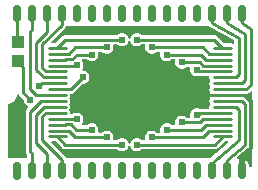
<source format=gtl>
G04 Layer: TopLayer*
G04 EasyEDA v6.4.19.4, 2021-05-22T17:12:30+02:00*
G04 60ca6d144bf64f37953a992c9f1d910e,8dc9eacff13444d6b60fd3cb587e6cd5,10*
G04 Gerber Generator version 0.2*
G04 Scale: 100 percent, Rotated: No, Reflected: No *
G04 Dimensions in inches *
G04 leading zeros omitted , absolute positions ,3 integer and 6 decimal *
%FSLAX36Y36*%
%MOIN*%

%ADD10C,0.0100*%
%ADD11C,0.0110*%
%ADD12C,0.0240*%
%ADD13R,0.0433X0.0394*%
%ADD14C,0.0276*%

%LPD*%
G36*
X1220900Y-713220D02*
G01*
X1220120Y-713139D01*
X1218240Y-712500D01*
X1215880Y-711940D01*
X1213460Y-711740D01*
X1192360Y-711700D01*
X1191760Y-711560D01*
X1191180Y-711320D01*
X1190160Y-710580D01*
X1168040Y-688520D01*
X1166120Y-687120D01*
X1164000Y-686040D01*
X1161760Y-685320D01*
X1160600Y-685080D01*
X1158240Y-684900D01*
X917180Y-684860D01*
X916040Y-684500D01*
X915060Y-683820D01*
X912920Y-682080D01*
X910600Y-680600D01*
X908100Y-679440D01*
X906800Y-678960D01*
X904120Y-678280D01*
X901380Y-677940D01*
X898660Y-677940D01*
X895980Y-678259D01*
X893379Y-678920D01*
X890860Y-679880D01*
X888480Y-681140D01*
X886280Y-682680D01*
X884260Y-684479D01*
X882500Y-686500D01*
X880980Y-688740D01*
X879760Y-691120D01*
X878840Y-693660D01*
X878360Y-694680D01*
X877600Y-695540D01*
X876660Y-696140D01*
X875560Y-696460D01*
X874440Y-696460D01*
X873340Y-696140D01*
X872400Y-695540D01*
X871640Y-694680D01*
X871160Y-693660D01*
X870240Y-691120D01*
X869020Y-688740D01*
X867500Y-686500D01*
X865740Y-684479D01*
X863720Y-682680D01*
X861520Y-681140D01*
X859140Y-679880D01*
X856620Y-678920D01*
X854020Y-678259D01*
X851340Y-677940D01*
X848620Y-677940D01*
X845879Y-678280D01*
X843199Y-678960D01*
X840639Y-679980D01*
X838220Y-681300D01*
X835980Y-682920D01*
X834479Y-684200D01*
X833400Y-684720D01*
X832820Y-684860D01*
X660580Y-684940D01*
X659400Y-685080D01*
X657099Y-685639D01*
X656000Y-686040D01*
X653880Y-687120D01*
X651960Y-688520D01*
X629840Y-710580D01*
X628820Y-711320D01*
X628240Y-711560D01*
X627640Y-711700D01*
X619260Y-711740D01*
X618140Y-711580D01*
X617100Y-711120D01*
X616240Y-710360D01*
X615620Y-709400D01*
X615300Y-708319D01*
X615320Y-707120D01*
X615460Y-706520D01*
X616020Y-705400D01*
X660680Y-660680D01*
X662120Y-659000D01*
X663319Y-657120D01*
X664060Y-656140D01*
X665060Y-655420D01*
X665639Y-655180D01*
X666840Y-655000D01*
X1137600Y-655040D01*
X1138740Y-655400D01*
X1139720Y-656060D01*
X1140640Y-656860D01*
X1142660Y-658199D01*
X1222840Y-702740D01*
X1223800Y-703480D01*
X1224500Y-704479D01*
X1224860Y-705639D01*
X1224900Y-709220D01*
X1224740Y-710340D01*
X1224260Y-711380D01*
X1223520Y-712240D01*
X1222560Y-712860D01*
X1221460Y-713180D01*
G37*

%LPD*%
G36*
X474099Y-1095000D02*
G01*
X472980Y-1094840D01*
X471940Y-1094360D01*
X471079Y-1093620D01*
X470460Y-1092660D01*
X470140Y-1091560D01*
X470140Y-917860D01*
X470540Y-916680D01*
X470860Y-916140D01*
X471760Y-915260D01*
X472280Y-914920D01*
X474600Y-914080D01*
X478000Y-912640D01*
X481240Y-910920D01*
X484320Y-908900D01*
X487220Y-906620D01*
X489900Y-904100D01*
X492340Y-901360D01*
X494540Y-898420D01*
X496460Y-895280D01*
X498100Y-891979D01*
X499460Y-888560D01*
X500500Y-885040D01*
X500940Y-883940D01*
X501700Y-883040D01*
X502660Y-882380D01*
X503220Y-882159D01*
X504380Y-882000D01*
X505020Y-882039D01*
X506220Y-882440D01*
X507239Y-883199D01*
X508440Y-884720D01*
X522140Y-898560D01*
X522700Y-899620D01*
X522920Y-900780D01*
X523180Y-903500D01*
X523780Y-906160D01*
X524700Y-908720D01*
X525920Y-911140D01*
X527440Y-913400D01*
X529220Y-915460D01*
X531240Y-917300D01*
X533460Y-918860D01*
X535880Y-920120D01*
X536840Y-920740D01*
X537580Y-921600D01*
X538060Y-922640D01*
X538220Y-923760D01*
X538020Y-925000D01*
X537460Y-926120D01*
X534320Y-929320D01*
X532780Y-931120D01*
X531540Y-933139D01*
X531040Y-934220D01*
X530320Y-936480D01*
X530080Y-937640D01*
X529900Y-940000D01*
X529940Y-1071160D01*
X530300Y-1073460D01*
X531020Y-1075700D01*
X534720Y-1083300D01*
X534900Y-1084500D01*
X534860Y-1091560D01*
X534540Y-1092660D01*
X533920Y-1093620D01*
X533060Y-1094360D01*
X532020Y-1094840D01*
X530900Y-1095000D01*
G37*

%LPD*%
G36*
X666840Y-1095000D02*
G01*
X665639Y-1094820D01*
X664539Y-1094260D01*
X663660Y-1093400D01*
X662760Y-1091920D01*
X661440Y-1090140D01*
X616020Y-1044599D01*
X615460Y-1043480D01*
X615260Y-1042260D01*
X615420Y-1041120D01*
X615900Y-1040080D01*
X616640Y-1039220D01*
X617600Y-1038620D01*
X618700Y-1038300D01*
X627640Y-1038300D01*
X628240Y-1038439D01*
X628820Y-1038680D01*
X629840Y-1039419D01*
X651960Y-1061480D01*
X653880Y-1062880D01*
X656000Y-1063960D01*
X658240Y-1064680D01*
X659400Y-1064920D01*
X660580Y-1065060D01*
X832820Y-1065140D01*
X833960Y-1065500D01*
X834940Y-1066180D01*
X837080Y-1067920D01*
X839400Y-1069400D01*
X841900Y-1070560D01*
X843199Y-1071040D01*
X845879Y-1071720D01*
X848620Y-1072060D01*
X851340Y-1072060D01*
X854020Y-1071740D01*
X856620Y-1071080D01*
X859140Y-1070120D01*
X861520Y-1068860D01*
X863720Y-1067320D01*
X865740Y-1065520D01*
X867500Y-1063500D01*
X869020Y-1061260D01*
X870240Y-1058880D01*
X871160Y-1056340D01*
X871640Y-1055320D01*
X872400Y-1054460D01*
X873340Y-1053860D01*
X874440Y-1053540D01*
X875560Y-1053540D01*
X876660Y-1053860D01*
X877600Y-1054460D01*
X878360Y-1055320D01*
X878840Y-1056340D01*
X879760Y-1058880D01*
X880980Y-1061260D01*
X882500Y-1063500D01*
X884260Y-1065520D01*
X886280Y-1067320D01*
X888480Y-1068860D01*
X890860Y-1070120D01*
X893379Y-1071080D01*
X895980Y-1071740D01*
X898660Y-1072060D01*
X901380Y-1072060D01*
X904120Y-1071720D01*
X906800Y-1071040D01*
X909360Y-1070020D01*
X911780Y-1068700D01*
X914020Y-1067080D01*
X915520Y-1065800D01*
X916600Y-1065280D01*
X917180Y-1065140D01*
X1160000Y-1065100D01*
X1162360Y-1064920D01*
X1164660Y-1064360D01*
X1165780Y-1063960D01*
X1167880Y-1062880D01*
X1168880Y-1062220D01*
X1170680Y-1060680D01*
X1192400Y-1039020D01*
X1192940Y-1038680D01*
X1193520Y-1038439D01*
X1194760Y-1038259D01*
X1202040Y-1038300D01*
X1203120Y-1038620D01*
X1204080Y-1039220D01*
X1204820Y-1040080D01*
X1205300Y-1041120D01*
X1205460Y-1042260D01*
X1205300Y-1043400D01*
X1204800Y-1044460D01*
X1204020Y-1045320D01*
X1145520Y-1094080D01*
X1144960Y-1094460D01*
X1144320Y-1094760D01*
X1143660Y-1094940D01*
X1142960Y-1095000D01*
G37*

%LPD*%
G36*
X1244600Y-1125000D02*
G01*
X1243480Y-1124840D01*
X1242440Y-1124360D01*
X1241580Y-1123620D01*
X1240960Y-1122660D01*
X1240640Y-1121560D01*
X1240580Y-1099100D01*
X1239800Y-1099340D01*
X1239000Y-1099420D01*
X1237880Y-1099260D01*
X1236840Y-1098800D01*
X1235980Y-1098040D01*
X1235360Y-1097080D01*
X1235040Y-1096000D01*
X1235000Y-1094000D01*
X1235160Y-1092880D01*
X1235640Y-1091840D01*
X1236380Y-1090980D01*
X1236660Y-1090780D01*
X1236800Y-1089840D01*
X1237300Y-1088800D01*
X1238080Y-1087920D01*
X1270480Y-1060860D01*
X1271260Y-1060080D01*
X1272600Y-1058320D01*
X1273680Y-1056400D01*
X1274460Y-1054340D01*
X1274940Y-1052200D01*
X1275100Y-1050000D01*
X1275060Y-913820D01*
X1274920Y-912640D01*
X1274360Y-910340D01*
X1273960Y-909220D01*
X1272880Y-907120D01*
X1272220Y-906120D01*
X1270680Y-904320D01*
X1259820Y-893520D01*
X1257920Y-892140D01*
X1256900Y-891560D01*
X1254720Y-890660D01*
X1252440Y-890100D01*
X1250120Y-889900D01*
X1218820Y-889680D01*
X1217740Y-889520D01*
X1216340Y-889180D01*
X1214900Y-888980D01*
X1213460Y-888920D01*
X1157720Y-888920D01*
X1156360Y-888980D01*
X1153680Y-889440D01*
X1151720Y-890040D01*
X1151020Y-890100D01*
X1143020Y-890100D01*
X1143560Y-891420D01*
X1144520Y-893319D01*
X1144700Y-893980D01*
X1144760Y-894680D01*
X1144700Y-895380D01*
X1144520Y-896060D01*
X1143660Y-897720D01*
X1142800Y-899900D01*
X1142280Y-902200D01*
X1142120Y-904539D01*
X1142280Y-906860D01*
X1142800Y-909140D01*
X1143660Y-911320D01*
X1144520Y-913000D01*
X1144700Y-913680D01*
X1144760Y-914380D01*
X1144700Y-915060D01*
X1144520Y-915740D01*
X1143660Y-917420D01*
X1142800Y-919599D01*
X1142280Y-921880D01*
X1142120Y-924220D01*
X1142180Y-925900D01*
X1142020Y-927020D01*
X1141540Y-928060D01*
X1140800Y-928920D01*
X1139840Y-929539D01*
X1138760Y-929860D01*
X1115000Y-929900D01*
X1113400Y-929980D01*
X1110980Y-930320D01*
X1109840Y-930160D01*
X1108040Y-929419D01*
X1105440Y-928580D01*
X1104100Y-928280D01*
X1101380Y-927940D01*
X1098660Y-927940D01*
X1096020Y-928259D01*
X1093420Y-928900D01*
X1090920Y-929840D01*
X1088560Y-931080D01*
X1086380Y-932600D01*
X1084380Y-934380D01*
X1082600Y-936380D01*
X1081080Y-938560D01*
X1079840Y-940920D01*
X1078900Y-943420D01*
X1078260Y-946020D01*
X1077940Y-948660D01*
X1077960Y-951680D01*
X1078580Y-955900D01*
X1078420Y-957020D01*
X1077940Y-958060D01*
X1077200Y-958920D01*
X1076240Y-959539D01*
X1075140Y-959860D01*
X1067180Y-959860D01*
X1066040Y-959500D01*
X1065060Y-958820D01*
X1062920Y-957080D01*
X1060600Y-955600D01*
X1058100Y-954440D01*
X1056800Y-953960D01*
X1054120Y-953280D01*
X1051380Y-952940D01*
X1048660Y-952940D01*
X1046020Y-953259D01*
X1043420Y-953900D01*
X1040920Y-954840D01*
X1038560Y-956080D01*
X1036380Y-957600D01*
X1034380Y-959380D01*
X1032600Y-961380D01*
X1031080Y-963560D01*
X1029840Y-965920D01*
X1028900Y-968420D01*
X1028259Y-971020D01*
X1027940Y-973660D01*
X1027960Y-976680D01*
X1028580Y-980900D01*
X1028420Y-982020D01*
X1027940Y-983060D01*
X1027200Y-983920D01*
X1026240Y-984539D01*
X1025140Y-984860D01*
X1017180Y-984860D01*
X1016040Y-984500D01*
X1015060Y-983820D01*
X1012920Y-982080D01*
X1010600Y-980600D01*
X1008100Y-979440D01*
X1006800Y-978960D01*
X1004120Y-978280D01*
X1001380Y-977940D01*
X998660Y-977940D01*
X996020Y-978259D01*
X993420Y-978900D01*
X990920Y-979840D01*
X988560Y-981080D01*
X986380Y-982600D01*
X984380Y-984380D01*
X982600Y-986380D01*
X981080Y-988560D01*
X979840Y-990920D01*
X978900Y-993420D01*
X978259Y-996020D01*
X977940Y-998660D01*
X977960Y-1001680D01*
X978580Y-1005900D01*
X978420Y-1007020D01*
X977940Y-1008060D01*
X977200Y-1008920D01*
X976240Y-1009539D01*
X975140Y-1009860D01*
X967180Y-1009860D01*
X966040Y-1009500D01*
X965060Y-1008820D01*
X962920Y-1007080D01*
X960600Y-1005600D01*
X958100Y-1004440D01*
X956800Y-1003960D01*
X954120Y-1003280D01*
X951380Y-1002940D01*
X948660Y-1002940D01*
X946020Y-1003259D01*
X943420Y-1003900D01*
X940920Y-1004840D01*
X938560Y-1006080D01*
X936380Y-1007600D01*
X934380Y-1009380D01*
X932600Y-1011380D01*
X931080Y-1013560D01*
X929840Y-1015920D01*
X928900Y-1018420D01*
X928259Y-1021020D01*
X927940Y-1023660D01*
X927960Y-1026680D01*
X928580Y-1030900D01*
X928420Y-1032020D01*
X927940Y-1033060D01*
X927200Y-1033920D01*
X926240Y-1034539D01*
X925140Y-1034860D01*
X917180Y-1034860D01*
X916040Y-1034500D01*
X915060Y-1033820D01*
X912920Y-1032080D01*
X910600Y-1030600D01*
X908100Y-1029440D01*
X906800Y-1028960D01*
X904120Y-1028280D01*
X901380Y-1027940D01*
X898660Y-1027940D01*
X895980Y-1028259D01*
X893379Y-1028920D01*
X890860Y-1029880D01*
X888480Y-1031140D01*
X886280Y-1032680D01*
X884260Y-1034479D01*
X882500Y-1036500D01*
X880980Y-1038740D01*
X879760Y-1041120D01*
X878840Y-1043660D01*
X878360Y-1044680D01*
X877600Y-1045540D01*
X876660Y-1046140D01*
X875560Y-1046460D01*
X874440Y-1046460D01*
X873340Y-1046140D01*
X872400Y-1045540D01*
X871640Y-1044680D01*
X871160Y-1043660D01*
X870240Y-1041120D01*
X869020Y-1038740D01*
X867500Y-1036500D01*
X865740Y-1034479D01*
X863720Y-1032680D01*
X861520Y-1031140D01*
X859140Y-1029880D01*
X856620Y-1028920D01*
X854020Y-1028259D01*
X851340Y-1027940D01*
X848620Y-1027940D01*
X845879Y-1028280D01*
X843199Y-1028960D01*
X840639Y-1029980D01*
X838220Y-1031300D01*
X835980Y-1032920D01*
X834479Y-1034200D01*
X833400Y-1034720D01*
X832820Y-1034860D01*
X825420Y-1034900D01*
X824300Y-1034740D01*
X823259Y-1034260D01*
X822400Y-1033520D01*
X821780Y-1032560D01*
X821460Y-1031460D01*
X821420Y-1030900D01*
X822039Y-1026680D01*
X822060Y-1023660D01*
X821740Y-1021020D01*
X821100Y-1018420D01*
X820160Y-1015920D01*
X818920Y-1013560D01*
X817400Y-1011380D01*
X815620Y-1009380D01*
X813620Y-1007600D01*
X811440Y-1006080D01*
X809080Y-1004840D01*
X806580Y-1003900D01*
X803980Y-1003259D01*
X801340Y-1002940D01*
X798620Y-1002940D01*
X795879Y-1003280D01*
X793199Y-1003960D01*
X790639Y-1004980D01*
X788220Y-1006300D01*
X785980Y-1007920D01*
X784479Y-1009200D01*
X783400Y-1009720D01*
X782820Y-1009860D01*
X775420Y-1009900D01*
X774300Y-1009740D01*
X773259Y-1009260D01*
X772400Y-1008520D01*
X771780Y-1007560D01*
X771460Y-1006460D01*
X771420Y-1005900D01*
X772039Y-1001680D01*
X772060Y-998660D01*
X771740Y-996020D01*
X771100Y-993420D01*
X770160Y-990920D01*
X768920Y-988560D01*
X767400Y-986380D01*
X765620Y-984380D01*
X763620Y-982600D01*
X761440Y-981080D01*
X759080Y-979840D01*
X756580Y-978900D01*
X753980Y-978259D01*
X751340Y-977940D01*
X748620Y-977940D01*
X745879Y-978280D01*
X743199Y-978960D01*
X740639Y-979980D01*
X738220Y-981300D01*
X735980Y-982920D01*
X734479Y-984200D01*
X733400Y-984720D01*
X732820Y-984860D01*
X720699Y-984900D01*
X719580Y-984740D01*
X718540Y-984260D01*
X717680Y-983520D01*
X717060Y-982560D01*
X716740Y-981460D01*
X716760Y-980240D01*
X716919Y-979620D01*
X717520Y-978460D01*
X719140Y-976060D01*
X720420Y-973460D01*
X721340Y-970720D01*
X721680Y-969320D01*
X722060Y-966440D01*
X722060Y-963660D01*
X721740Y-961020D01*
X721100Y-958420D01*
X720160Y-955920D01*
X718920Y-953560D01*
X717400Y-951380D01*
X715620Y-949380D01*
X713620Y-947600D01*
X711440Y-946080D01*
X709080Y-944840D01*
X706580Y-943900D01*
X703980Y-943259D01*
X701340Y-942940D01*
X698660Y-942940D01*
X696000Y-943259D01*
X693420Y-943900D01*
X690920Y-944860D01*
X688540Y-946100D01*
X685780Y-948000D01*
X685180Y-948259D01*
X684539Y-948420D01*
X681880Y-948480D01*
X680759Y-948319D01*
X679720Y-947840D01*
X678860Y-947099D01*
X678240Y-946140D01*
X677920Y-945040D01*
X677720Y-941560D01*
X677200Y-939280D01*
X676340Y-937099D01*
X675480Y-935420D01*
X675300Y-934760D01*
X675240Y-934060D01*
X675300Y-933360D01*
X675480Y-932680D01*
X676340Y-931000D01*
X677200Y-928820D01*
X677720Y-926540D01*
X677880Y-924200D01*
X677720Y-921880D01*
X677200Y-919580D01*
X676340Y-917420D01*
X675480Y-915740D01*
X675300Y-915060D01*
X675240Y-914360D01*
X675300Y-913680D01*
X675480Y-913000D01*
X676340Y-911320D01*
X677200Y-909140D01*
X677720Y-906860D01*
X677880Y-904520D01*
X677720Y-902200D01*
X677200Y-899900D01*
X676340Y-897720D01*
X675480Y-896060D01*
X675300Y-895380D01*
X675240Y-894680D01*
X675300Y-893980D01*
X675480Y-893300D01*
X676340Y-891640D01*
X677200Y-889460D01*
X677720Y-887180D01*
X677940Y-884080D01*
X678259Y-882960D01*
X678920Y-881979D01*
X679820Y-881240D01*
X680900Y-880800D01*
X682640Y-880520D01*
X684920Y-879920D01*
X686020Y-879500D01*
X688120Y-878400D01*
X690020Y-877000D01*
X718860Y-848220D01*
X719780Y-847520D01*
X720860Y-847140D01*
X722760Y-846919D01*
X725380Y-846440D01*
X727900Y-845639D01*
X730340Y-844539D01*
X732600Y-843160D01*
X734700Y-841500D01*
X736580Y-839620D01*
X738199Y-837520D01*
X738940Y-836400D01*
X740160Y-834040D01*
X740680Y-832820D01*
X741460Y-830280D01*
X741940Y-827660D01*
X742099Y-825000D01*
X742060Y-823620D01*
X741720Y-820900D01*
X741040Y-818240D01*
X740040Y-815680D01*
X738720Y-813259D01*
X737120Y-811040D01*
X735260Y-809020D01*
X733160Y-807240D01*
X730860Y-805759D01*
X728379Y-804560D01*
X725780Y-803680D01*
X723100Y-803120D01*
X721140Y-802880D01*
X720040Y-802440D01*
X719100Y-801700D01*
X718439Y-800720D01*
X718080Y-799580D01*
X718080Y-798420D01*
X718400Y-797340D01*
X719360Y-795639D01*
X720540Y-793139D01*
X721400Y-790500D01*
X721919Y-787760D01*
X722099Y-785000D01*
X721919Y-782120D01*
X721680Y-780680D01*
X720920Y-777900D01*
X720420Y-776540D01*
X719140Y-773940D01*
X717520Y-771540D01*
X716919Y-770380D01*
X716760Y-769760D01*
X716740Y-768540D01*
X717060Y-767440D01*
X717680Y-766480D01*
X718540Y-765740D01*
X719580Y-765260D01*
X720699Y-765100D01*
X732820Y-765140D01*
X733960Y-765500D01*
X734940Y-766180D01*
X737080Y-767920D01*
X739400Y-769400D01*
X741900Y-770560D01*
X743199Y-771040D01*
X745879Y-771720D01*
X748620Y-772060D01*
X751340Y-772060D01*
X753980Y-771740D01*
X756580Y-771100D01*
X759080Y-770160D01*
X761440Y-768920D01*
X763620Y-767400D01*
X765620Y-765620D01*
X767400Y-763620D01*
X768920Y-761440D01*
X770160Y-759080D01*
X771100Y-756580D01*
X771740Y-753980D01*
X772060Y-751340D01*
X772039Y-748319D01*
X771420Y-744100D01*
X771580Y-742980D01*
X772060Y-741940D01*
X772800Y-741080D01*
X773760Y-740460D01*
X774860Y-740140D01*
X782820Y-740140D01*
X783960Y-740500D01*
X784940Y-741180D01*
X787080Y-742920D01*
X789400Y-744400D01*
X791900Y-745560D01*
X793199Y-746040D01*
X795879Y-746720D01*
X798620Y-747060D01*
X801340Y-747060D01*
X803980Y-746740D01*
X806580Y-746100D01*
X809080Y-745160D01*
X811440Y-743920D01*
X813620Y-742400D01*
X815620Y-740620D01*
X817400Y-738620D01*
X818920Y-736440D01*
X820160Y-734080D01*
X821100Y-731580D01*
X821740Y-728980D01*
X822060Y-726340D01*
X822039Y-723319D01*
X821420Y-719100D01*
X821580Y-717980D01*
X822060Y-716940D01*
X822800Y-716080D01*
X823760Y-715460D01*
X824860Y-715140D01*
X832820Y-715140D01*
X833960Y-715500D01*
X834940Y-716180D01*
X837080Y-717920D01*
X839400Y-719400D01*
X841900Y-720560D01*
X843199Y-721040D01*
X845879Y-721720D01*
X848620Y-722060D01*
X851340Y-722060D01*
X854020Y-721740D01*
X856620Y-721080D01*
X859140Y-720120D01*
X861520Y-718860D01*
X863720Y-717320D01*
X865740Y-715520D01*
X867500Y-713500D01*
X869020Y-711260D01*
X870240Y-708880D01*
X871160Y-706340D01*
X871640Y-705320D01*
X872400Y-704460D01*
X873340Y-703860D01*
X874440Y-703540D01*
X875560Y-703540D01*
X876660Y-703860D01*
X877600Y-704460D01*
X878360Y-705320D01*
X878840Y-706340D01*
X879760Y-708880D01*
X880980Y-711260D01*
X882500Y-713500D01*
X884260Y-715520D01*
X886280Y-717320D01*
X888480Y-718860D01*
X890860Y-720120D01*
X893379Y-721080D01*
X895980Y-721740D01*
X898660Y-722060D01*
X901380Y-722060D01*
X904120Y-721720D01*
X906800Y-721040D01*
X909360Y-720020D01*
X911780Y-718700D01*
X914020Y-717080D01*
X915520Y-715800D01*
X916600Y-715280D01*
X917180Y-715140D01*
X924580Y-715100D01*
X925699Y-715260D01*
X926740Y-715740D01*
X927600Y-716480D01*
X928220Y-717440D01*
X928540Y-718540D01*
X928580Y-719100D01*
X927960Y-723319D01*
X927940Y-726340D01*
X928259Y-728980D01*
X928900Y-731580D01*
X929840Y-734080D01*
X931080Y-736440D01*
X932600Y-738620D01*
X934380Y-740620D01*
X936380Y-742400D01*
X938560Y-743920D01*
X940920Y-745160D01*
X943420Y-746100D01*
X946020Y-746740D01*
X948660Y-747060D01*
X951380Y-747060D01*
X954120Y-746720D01*
X956800Y-746040D01*
X959360Y-745020D01*
X961780Y-743700D01*
X964020Y-742080D01*
X965520Y-740800D01*
X966600Y-740280D01*
X967180Y-740140D01*
X974580Y-740100D01*
X975699Y-740260D01*
X976740Y-740740D01*
X977600Y-741480D01*
X978220Y-742440D01*
X978540Y-743540D01*
X978580Y-744100D01*
X977960Y-748319D01*
X977940Y-751340D01*
X978259Y-753980D01*
X978900Y-756580D01*
X979840Y-759080D01*
X981080Y-761440D01*
X982600Y-763620D01*
X984380Y-765620D01*
X986380Y-767400D01*
X988560Y-768920D01*
X990920Y-770160D01*
X993420Y-771100D01*
X996020Y-771740D01*
X998660Y-772060D01*
X1001380Y-772060D01*
X1004120Y-771720D01*
X1006800Y-771040D01*
X1009360Y-770020D01*
X1011780Y-768700D01*
X1014020Y-767080D01*
X1015520Y-765800D01*
X1016600Y-765280D01*
X1017180Y-765140D01*
X1024580Y-765100D01*
X1025699Y-765260D01*
X1026740Y-765740D01*
X1027600Y-766480D01*
X1028220Y-767440D01*
X1028540Y-768540D01*
X1028580Y-769100D01*
X1027960Y-773319D01*
X1027940Y-776340D01*
X1028259Y-778980D01*
X1028900Y-781580D01*
X1029840Y-784080D01*
X1031080Y-786440D01*
X1032600Y-788620D01*
X1034380Y-790620D01*
X1036380Y-792400D01*
X1038560Y-793920D01*
X1040920Y-795160D01*
X1043420Y-796100D01*
X1046020Y-796740D01*
X1048660Y-797060D01*
X1051380Y-797060D01*
X1054120Y-796720D01*
X1056800Y-796040D01*
X1059360Y-795020D01*
X1061780Y-793700D01*
X1064020Y-792080D01*
X1065520Y-790800D01*
X1066600Y-790280D01*
X1067180Y-790140D01*
X1074580Y-790100D01*
X1075700Y-790260D01*
X1076740Y-790740D01*
X1077600Y-791480D01*
X1078220Y-792440D01*
X1078540Y-793540D01*
X1078580Y-794100D01*
X1077960Y-798319D01*
X1077940Y-801340D01*
X1078260Y-803980D01*
X1078900Y-806580D01*
X1079840Y-809080D01*
X1081080Y-811440D01*
X1082600Y-813620D01*
X1084380Y-815620D01*
X1086380Y-817400D01*
X1088560Y-818920D01*
X1090920Y-820160D01*
X1093420Y-821100D01*
X1096020Y-821740D01*
X1098660Y-822060D01*
X1101380Y-822060D01*
X1104100Y-821720D01*
X1106760Y-821040D01*
X1109300Y-820040D01*
X1110420Y-819720D01*
X1110980Y-819680D01*
X1113300Y-820000D01*
X1114780Y-820100D01*
X1138780Y-820480D01*
X1139860Y-820800D01*
X1140800Y-821420D01*
X1141540Y-822280D01*
X1142000Y-823319D01*
X1142160Y-824440D01*
X1142120Y-825800D01*
X1142280Y-828120D01*
X1142800Y-830400D01*
X1143660Y-832580D01*
X1144520Y-834260D01*
X1144700Y-834940D01*
X1144760Y-835639D01*
X1144700Y-836320D01*
X1144520Y-837000D01*
X1143660Y-838680D01*
X1142800Y-840860D01*
X1142280Y-843139D01*
X1142120Y-845480D01*
X1142280Y-847800D01*
X1142800Y-850100D01*
X1143660Y-852280D01*
X1144520Y-853940D01*
X1144700Y-854620D01*
X1144760Y-855320D01*
X1144700Y-856020D01*
X1144520Y-856680D01*
X1143660Y-858360D01*
X1142800Y-860540D01*
X1142280Y-862820D01*
X1142120Y-865160D01*
X1142280Y-867500D01*
X1142800Y-869780D01*
X1143660Y-871960D01*
X1144520Y-873620D01*
X1144700Y-874300D01*
X1144760Y-875000D01*
X1144700Y-875699D01*
X1144520Y-876380D01*
X1143560Y-878259D01*
X1143020Y-879580D01*
X1151000Y-879580D01*
X1151700Y-879640D01*
X1153680Y-880240D01*
X1155000Y-880540D01*
X1156360Y-880720D01*
X1157720Y-880780D01*
X1213460Y-880780D01*
X1215980Y-880560D01*
X1218180Y-880200D01*
X1266220Y-880060D01*
X1268540Y-879680D01*
X1269680Y-879360D01*
X1271860Y-878439D01*
X1272900Y-877880D01*
X1274800Y-876480D01*
X1278080Y-873280D01*
X1279080Y-872540D01*
X1279660Y-872300D01*
X1280900Y-872120D01*
X1282020Y-872280D01*
X1283060Y-872740D01*
X1283920Y-873500D01*
X1284540Y-874440D01*
X1284860Y-875540D01*
X1284900Y-1091000D01*
X1284740Y-1092120D01*
X1284600Y-1092500D01*
X1284860Y-1093440D01*
X1284900Y-1121000D01*
X1284740Y-1122120D01*
X1284259Y-1123160D01*
X1283520Y-1124020D01*
X1282560Y-1124640D01*
X1281459Y-1124960D01*
X1277900Y-1125000D01*
X1276780Y-1124840D01*
X1275740Y-1124360D01*
X1274880Y-1123620D01*
X1274260Y-1122660D01*
X1273940Y-1121580D01*
X1273860Y-1119620D01*
X1273520Y-1116860D01*
X1272880Y-1114160D01*
X1271920Y-1111540D01*
X1271340Y-1110280D01*
X1269940Y-1107880D01*
X1268260Y-1105660D01*
X1266360Y-1103640D01*
X1264220Y-1101860D01*
X1261900Y-1100340D01*
X1259400Y-1099100D01*
X1259360Y-1121560D01*
X1259040Y-1122660D01*
X1258420Y-1123620D01*
X1257560Y-1124360D01*
X1256520Y-1124840D01*
X1255400Y-1125000D01*
G37*

%LPD*%
D11*
X1250000Y-1136799D02*
G01*
X1250000Y-1090000D01*
X1280000Y-1060000D01*
X1280000Y-900000D01*
X1265000Y-885000D01*
X1185600Y-884800D01*
X634409Y-865160D02*
G01*
X679839Y-865160D01*
X720000Y-825000D01*
D10*
X650000Y-613170D02*
G01*
X650000Y-650000D01*
X585000Y-715000D01*
X585000Y-795000D01*
X596100Y-806100D01*
X634409Y-806100D01*
X600000Y-613170D02*
G01*
X600000Y-675000D01*
X565000Y-710000D01*
X565000Y-800000D01*
X590790Y-825790D01*
X634409Y-825790D01*
X550000Y-613170D02*
G01*
X550000Y-665000D01*
X545000Y-675000D01*
X545000Y-865000D01*
X565000Y-885000D01*
X634400Y-884800D01*
D11*
X500000Y-613170D02*
G01*
X500000Y-700000D01*
X503939Y-709290D01*
D10*
X1250000Y-613170D02*
G01*
X1250000Y-645000D01*
X1280000Y-665000D01*
X1280000Y-850000D01*
X1265000Y-865000D01*
X1185590Y-865160D01*
X1200000Y-613170D02*
G01*
X1200000Y-645000D01*
X1260000Y-680000D01*
X1260000Y-835000D01*
X1249530Y-845470D01*
X1185590Y-845470D01*
X1150000Y-613170D02*
G01*
X1150000Y-645000D01*
X1240000Y-695000D01*
X1240000Y-815000D01*
X1229210Y-825790D01*
X1185590Y-825790D01*
X1200000Y-1136790D02*
G01*
X1200000Y-1100000D01*
X1260000Y-1050000D01*
X1260000Y-915000D01*
X1250000Y-905000D01*
X1185590Y-904529D01*
X1150000Y-1136790D02*
G01*
X1150000Y-1110000D01*
X1240000Y-1035000D01*
X1240000Y-935000D01*
X1230000Y-925000D01*
X1185590Y-924209D01*
X650000Y-1136790D02*
G01*
X650000Y-1100000D01*
X585000Y-1035000D01*
X585000Y-955000D01*
X596100Y-943899D01*
X634409Y-943899D01*
X600000Y-1136790D02*
G01*
X600000Y-1080000D01*
X565000Y-1045000D01*
X565000Y-950000D01*
X590790Y-924209D01*
X634409Y-924209D01*
X550000Y-1136799D02*
G01*
X550000Y-1080000D01*
X545000Y-1070000D01*
X545000Y-940000D01*
X580000Y-905000D01*
X634400Y-904499D01*
X545000Y-900000D02*
G01*
X520000Y-875000D01*
X520000Y-795000D01*
X503939Y-773939D01*
X503939Y-772280D01*
X1000000Y-750000D02*
G01*
X1114997Y-750000D01*
X1131728Y-766730D01*
X1185591Y-766730D01*
X950000Y-725000D02*
G01*
X1120000Y-725000D01*
X1142051Y-747051D01*
X1185591Y-747051D01*
X900000Y-700000D02*
G01*
X1158230Y-700000D01*
X1185590Y-727359D01*
X950000Y-1025000D02*
G01*
X1120000Y-1025000D01*
X1142051Y-1002948D01*
X1185591Y-1002948D01*
X900000Y-1050000D02*
G01*
X1160000Y-1050000D01*
X1185590Y-1024409D01*
X1185590Y-1022640D01*
X850000Y-700000D02*
G01*
X661770Y-700000D01*
X634409Y-727359D01*
X800000Y-725000D02*
G01*
X695000Y-725000D01*
X672948Y-747051D01*
X634409Y-747051D01*
X1100000Y-950000D02*
G01*
X1115000Y-945000D01*
X1184492Y-945000D01*
X1185591Y-944000D01*
X1100000Y-800000D02*
G01*
X1115000Y-805000D01*
X1185591Y-805999D01*
X1050000Y-975000D02*
G01*
X1110000Y-975000D01*
X1120000Y-965000D01*
X1185591Y-963578D01*
X1050000Y-775000D02*
G01*
X1110000Y-775000D01*
X1121421Y-786421D01*
X1185591Y-786421D01*
X1000000Y-1000000D02*
G01*
X1115000Y-1000000D01*
X1130000Y-985000D01*
X1185591Y-983000D01*
X700000Y-785000D02*
G01*
X698578Y-786421D01*
X634409Y-786421D01*
X750000Y-750000D02*
G01*
X700000Y-750000D01*
X682836Y-765985D01*
X634409Y-766999D01*
X850000Y-1050000D02*
G01*
X661770Y-1050000D01*
X634409Y-1022640D01*
X634409Y-1002950D02*
G01*
X634409Y-1002950D01*
X672757Y-1002836D01*
X695000Y-1025000D01*
X800000Y-1025000D01*
X634398Y-983301D02*
G01*
X680315Y-982678D01*
X697636Y-1000000D01*
X750000Y-1000000D01*
X700000Y-965000D02*
G01*
X698578Y-963578D01*
X634409Y-963578D01*
X634409Y-845470D02*
G01*
X584529Y-845470D01*
X575000Y-855000D01*
D11*
X1157637Y-1022640D02*
G01*
X1213542Y-1022640D01*
X1157637Y-1002950D02*
G01*
X1213542Y-1002950D01*
X1157637Y-983270D02*
G01*
X1213542Y-983270D01*
X1157637Y-963580D02*
G01*
X1213542Y-963580D01*
X1157637Y-943899D02*
G01*
X1213542Y-943899D01*
X1157637Y-924209D02*
G01*
X1213542Y-924209D01*
X1157637Y-904529D02*
G01*
X1213542Y-904529D01*
X1157637Y-884839D02*
G01*
X1213542Y-884839D01*
X1157637Y-865160D02*
G01*
X1213542Y-865160D01*
X1157637Y-845470D02*
G01*
X1213542Y-845470D01*
X1157637Y-825790D02*
G01*
X1213542Y-825790D01*
X1157637Y-806100D02*
G01*
X1213542Y-806100D01*
X1157637Y-786419D02*
G01*
X1213542Y-786419D01*
X1157637Y-766729D02*
G01*
X1213542Y-766729D01*
X1157637Y-747049D02*
G01*
X1213542Y-747049D01*
X1157637Y-727359D02*
G01*
X1213542Y-727359D01*
X606457Y-1022640D02*
G01*
X662363Y-1022640D01*
X606457Y-1002950D02*
G01*
X662363Y-1002950D01*
X606457Y-983270D02*
G01*
X662363Y-983270D01*
X606457Y-963580D02*
G01*
X662363Y-963580D01*
X606457Y-943899D02*
G01*
X662363Y-943899D01*
X606457Y-924209D02*
G01*
X662363Y-924209D01*
X606457Y-904529D02*
G01*
X662363Y-904529D01*
X606457Y-884839D02*
G01*
X662363Y-884839D01*
X606457Y-865160D02*
G01*
X662363Y-865160D01*
X606457Y-845470D02*
G01*
X662363Y-845470D01*
X606457Y-825790D02*
G01*
X662363Y-825790D01*
X606457Y-806100D02*
G01*
X662363Y-806100D01*
X606457Y-786419D02*
G01*
X662363Y-786419D01*
X606457Y-766729D02*
G01*
X662363Y-766729D01*
X606457Y-747049D02*
G01*
X662363Y-747049D01*
X606457Y-727359D02*
G01*
X662363Y-727359D01*
D13*
G01*
X503939Y-772289D03*
G01*
X503939Y-709299D03*
G36*
X486199Y-1115136D02*
G01*
X494054Y-1107262D01*
X505945Y-1107262D01*
X513818Y-1115136D01*
X513800Y-1158443D01*
X505945Y-1166318D01*
X494054Y-1166318D01*
X486181Y-1158443D01*
G37*
D12*
G01*
X500000Y-1000000D03*
G01*
X670000Y-670000D03*
G01*
X1000000Y-875000D03*
G01*
X800000Y-875000D03*
G01*
X1130000Y-670000D03*
G01*
X670000Y-1080000D03*
G01*
X1130000Y-1080000D03*
G01*
X545000Y-900000D03*
G01*
X575000Y-855000D03*
G01*
X720000Y-825000D03*
G01*
X700000Y-965000D03*
G01*
X750000Y-1000000D03*
G01*
X800000Y-1025000D03*
G01*
X850000Y-1050000D03*
G01*
X700000Y-785000D03*
G01*
X750000Y-750000D03*
G01*
X800000Y-725000D03*
G01*
X850000Y-700000D03*
G01*
X1100000Y-950000D03*
G01*
X1050000Y-975000D03*
G01*
X1000000Y-1000000D03*
G01*
X950000Y-1025000D03*
G01*
X900000Y-1050000D03*
G01*
X1100000Y-800000D03*
G01*
X1050000Y-775000D03*
G01*
X1000000Y-750000D03*
G01*
X950000Y-725000D03*
G01*
X900000Y-700000D03*
D14*
X1250000Y-597442D02*
G01*
X1250000Y-628897D01*
X1200000Y-597442D02*
G01*
X1200000Y-628897D01*
X1150000Y-597442D02*
G01*
X1150000Y-628897D01*
X1100000Y-597442D02*
G01*
X1100000Y-628897D01*
X1050000Y-597442D02*
G01*
X1050000Y-628897D01*
X1000000Y-597442D02*
G01*
X1000000Y-628897D01*
X950000Y-597442D02*
G01*
X950000Y-628897D01*
X900000Y-597442D02*
G01*
X900000Y-628897D01*
X850000Y-597442D02*
G01*
X850000Y-628897D01*
X800000Y-597442D02*
G01*
X800000Y-628897D01*
X750000Y-597442D02*
G01*
X750000Y-628897D01*
X700000Y-597442D02*
G01*
X700000Y-628897D01*
X650000Y-597442D02*
G01*
X650000Y-628897D01*
X600000Y-597442D02*
G01*
X600000Y-628897D01*
X550000Y-597442D02*
G01*
X550000Y-628897D01*
X500000Y-597442D02*
G01*
X500000Y-628897D01*
X850000Y-1121062D02*
G01*
X850000Y-1152518D01*
X900000Y-1121062D02*
G01*
X900000Y-1152518D01*
X550000Y-1121062D02*
G01*
X550000Y-1152518D01*
X600000Y-1121062D02*
G01*
X600000Y-1152518D01*
X650000Y-1121062D02*
G01*
X650000Y-1152518D01*
X700000Y-1121062D02*
G01*
X700000Y-1152518D01*
X750000Y-1121062D02*
G01*
X750000Y-1152518D01*
X800000Y-1121062D02*
G01*
X800000Y-1152518D01*
X950000Y-1121062D02*
G01*
X950000Y-1152518D01*
X1000000Y-1121062D02*
G01*
X1000000Y-1152518D01*
X1050000Y-1121062D02*
G01*
X1050000Y-1152518D01*
X1100000Y-1121062D02*
G01*
X1100000Y-1152518D01*
X1150000Y-1121062D02*
G01*
X1150000Y-1152518D01*
X1200000Y-1121062D02*
G01*
X1200000Y-1152518D01*
X1250000Y-1121062D02*
G01*
X1250000Y-1152518D01*
M02*

</source>
